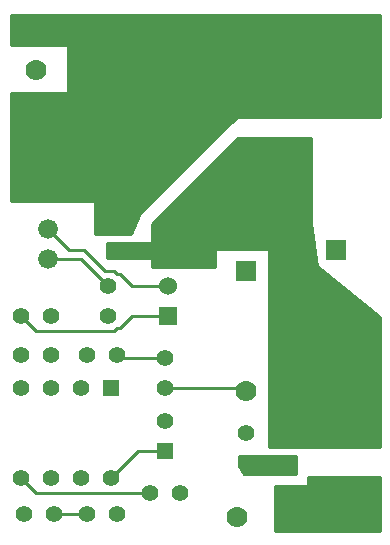
<source format=gbl>
G04 (created by PCBNEW (2012-nov-02)-testing) date Wed 16 Jan 2013 09:01:30 PM EST*
%MOIN*%
G04 Gerber Fmt 3.4, Leading zero omitted, Abs format*
%FSLAX34Y34*%
G01*
G70*
G90*
G04 APERTURE LIST*
%ADD10C,3.93701e-05*%
%ADD11R,0.055X0.055*%
%ADD12C,0.055*%
%ADD13R,0.06X0.06*%
%ADD14C,0.06*%
%ADD15C,0.066*%
%ADD16C,0.07*%
%ADD17R,0.07X0.07*%
%ADD18C,0.01*%
G04 APERTURE END LIST*
G54D10*
G54D11*
X63600Y-47500D03*
G54D12*
X63600Y-48500D03*
X54900Y-50200D03*
X55900Y-50200D03*
X57000Y-50200D03*
X58000Y-50200D03*
X57700Y-43600D03*
X57700Y-42600D03*
X55800Y-43600D03*
X54800Y-43600D03*
X59600Y-45000D03*
X59600Y-46000D03*
G54D13*
X59700Y-43600D03*
G54D14*
X59700Y-42600D03*
X59700Y-41600D03*
G54D15*
X55700Y-41700D03*
X55700Y-40700D03*
G54D11*
X57800Y-46000D03*
G54D12*
X56800Y-46000D03*
X55800Y-46000D03*
X54800Y-46000D03*
X54800Y-49000D03*
X55800Y-49000D03*
X56800Y-49000D03*
X57800Y-49000D03*
G54D16*
X62300Y-46100D03*
G54D17*
X62300Y-42100D03*
X66000Y-50000D03*
G54D16*
X66000Y-47000D03*
G54D17*
X61300Y-35400D03*
G54D16*
X55300Y-35400D03*
G54D17*
X65300Y-41400D03*
G54D16*
X65300Y-35400D03*
X64000Y-50300D03*
X62000Y-50300D03*
G54D11*
X58000Y-41400D03*
G54D12*
X58000Y-40400D03*
G54D11*
X59600Y-48100D03*
G54D12*
X59600Y-47100D03*
X55800Y-44900D03*
X54800Y-44900D03*
X62300Y-48500D03*
X62300Y-47500D03*
X60100Y-49500D03*
X59100Y-49500D03*
X58000Y-44900D03*
X57000Y-44900D03*
G54D18*
X58000Y-40400D02*
X61300Y-37100D01*
X61300Y-37100D02*
X61300Y-35400D01*
X61300Y-35400D02*
X65300Y-35400D01*
X55900Y-50200D02*
X57000Y-50200D01*
X58000Y-44900D02*
X58100Y-45000D01*
X58100Y-45000D02*
X59600Y-45000D01*
X66000Y-47000D02*
X66000Y-44000D01*
X60400Y-40900D02*
X59700Y-41600D01*
X62900Y-40900D02*
X60400Y-40900D01*
X66000Y-44000D02*
X62900Y-40900D01*
X57800Y-49000D02*
X58700Y-48100D01*
X58700Y-48100D02*
X59600Y-48100D01*
X63600Y-47500D02*
X64100Y-47000D01*
X64100Y-47000D02*
X66000Y-47000D01*
X59700Y-41600D02*
X59500Y-41400D01*
X59500Y-41400D02*
X58000Y-41400D01*
X55700Y-40700D02*
X56400Y-41400D01*
X58500Y-42600D02*
X59700Y-42600D01*
X58100Y-42200D02*
X58500Y-42600D01*
X58000Y-42200D02*
X58100Y-42200D01*
X57900Y-42100D02*
X58000Y-42200D01*
X57600Y-42100D02*
X57900Y-42100D01*
X56900Y-41400D02*
X57600Y-42100D01*
X56400Y-41400D02*
X56900Y-41400D01*
X54800Y-43600D02*
X55300Y-44100D01*
X55300Y-44100D02*
X57900Y-44100D01*
X57900Y-44100D02*
X58000Y-44000D01*
X58000Y-44000D02*
X58100Y-44000D01*
X58100Y-44000D02*
X58500Y-43600D01*
X58500Y-43600D02*
X59700Y-43600D01*
X64000Y-50300D02*
X64300Y-50000D01*
X64300Y-50000D02*
X66000Y-50000D01*
X57700Y-42600D02*
X56800Y-41700D01*
X56800Y-41700D02*
X55700Y-41700D01*
X62300Y-46100D02*
X62200Y-46000D01*
X62200Y-46000D02*
X59600Y-46000D01*
X62300Y-48500D02*
X63600Y-48500D01*
X54800Y-49000D02*
X55300Y-49500D01*
X55300Y-49500D02*
X59100Y-49500D01*
G54D10*
G36*
X66750Y-50750D02*
X63250Y-50750D01*
X63250Y-49250D01*
X64350Y-49250D01*
X64350Y-48950D01*
X66750Y-48950D01*
X66750Y-50750D01*
X66750Y-50750D01*
G37*
G54D18*
X66750Y-50750D02*
X63250Y-50750D01*
X63250Y-49250D01*
X64350Y-49250D01*
X64350Y-48950D01*
X66750Y-48950D01*
X66750Y-50750D01*
G54D10*
G36*
X66750Y-47950D02*
X63050Y-47950D01*
X63050Y-41350D01*
X61250Y-41350D01*
X61250Y-41950D01*
X59150Y-41950D01*
X59150Y-41650D01*
X57650Y-41650D01*
X57650Y-41150D01*
X59150Y-41150D01*
X59150Y-40520D01*
X62020Y-37650D01*
X64450Y-37650D01*
X64450Y-40503D01*
X64653Y-41926D01*
X66750Y-43623D01*
X66750Y-47950D01*
X66750Y-47950D01*
G37*
G54D18*
X66750Y-47950D02*
X63050Y-47950D01*
X63050Y-41350D01*
X61250Y-41350D01*
X61250Y-41950D01*
X59150Y-41950D01*
X59150Y-41650D01*
X57650Y-41650D01*
X57650Y-41150D01*
X59150Y-41150D01*
X59150Y-40520D01*
X62020Y-37650D01*
X64450Y-37650D01*
X64450Y-40503D01*
X64653Y-41926D01*
X66750Y-43623D01*
X66750Y-47950D01*
G54D10*
G36*
X66750Y-36950D02*
X61979Y-36950D01*
X60520Y-38408D01*
X60520Y-36950D01*
X60341Y-36950D01*
X60351Y-37119D01*
X60520Y-36950D01*
X60520Y-38408D01*
X60364Y-38564D01*
X58757Y-40171D01*
X58467Y-40850D01*
X58000Y-40850D01*
X57250Y-40850D01*
X57250Y-40200D01*
X57250Y-39750D01*
X54450Y-39750D01*
X54450Y-36150D01*
X56350Y-36150D01*
X56350Y-34550D01*
X54450Y-34550D01*
X54450Y-33550D01*
X57200Y-33550D01*
X60200Y-33550D01*
X66750Y-33550D01*
X66750Y-36950D01*
X66750Y-36950D01*
G37*
G54D18*
X66750Y-36950D02*
X61979Y-36950D01*
X60520Y-38408D01*
X60520Y-36950D01*
X60341Y-36950D01*
X60351Y-37119D01*
X60520Y-36950D01*
X60520Y-38408D01*
X60364Y-38564D01*
X58757Y-40171D01*
X58467Y-40850D01*
X58000Y-40850D01*
X57250Y-40850D01*
X57250Y-40200D01*
X57250Y-39750D01*
X54450Y-39750D01*
X54450Y-36150D01*
X56350Y-36150D01*
X56350Y-34550D01*
X54450Y-34550D01*
X54450Y-33550D01*
X57200Y-33550D01*
X60200Y-33550D01*
X66750Y-33550D01*
X66750Y-36950D01*
G54D10*
G36*
X63950Y-48850D02*
X62226Y-48850D01*
X62050Y-48584D01*
X62050Y-48250D01*
X63950Y-48250D01*
X63950Y-48850D01*
X63950Y-48850D01*
G37*
G54D18*
X63950Y-48850D02*
X62226Y-48850D01*
X62050Y-48584D01*
X62050Y-48250D01*
X63950Y-48250D01*
X63950Y-48850D01*
M02*

</source>
